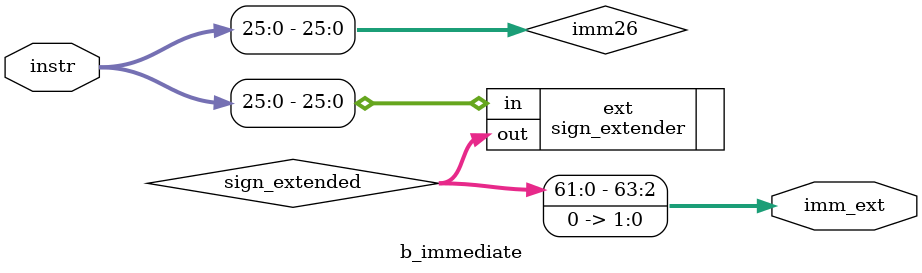
<source format=sv>
module b_immediate (instr, imm_ext);
	input logic [31:0] instr;
	output logic [63:0] imm_ext;

	logic [25:0] imm26;
	logic [63:0] sign_extended;

	// Extract instr[25:0] → imm26
	genvar i;
	generate
		for (i = 0; i < 26; i++) begin : b_extract
			assign imm26[i] = instr[i];
		end
	endgenerate

	// Sign-extend 26-bit immediate
	sign_extender #(.IN_WIDTH(26)) ext (.in(imm26), .out(sign_extended));

	// Shift left 2: imm_ext = sign_extended << 2
	genvar j;
	generate
		assign imm_ext[0] = 1'b0;
		assign imm_ext[1] = 1'b0;
		for (j = 2; j < 64; j++) begin : shift_2
			assign imm_ext[j] = sign_extended[j - 2];
		end
	endgenerate

endmodule

</source>
